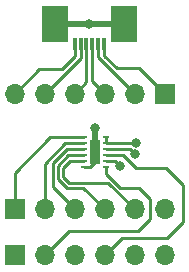
<source format=gbr>
%TF.GenerationSoftware,KiCad,Pcbnew,(5.1.8)-1*%
%TF.CreationDate,2021-08-20T02:01:50-04:00*%
%TF.ProjectId,motor_test,6d6f746f-725f-4746-9573-742e6b696361,rev?*%
%TF.SameCoordinates,Original*%
%TF.FileFunction,Copper,L1,Top*%
%TF.FilePolarity,Positive*%
%FSLAX46Y46*%
G04 Gerber Fmt 4.6, Leading zero omitted, Abs format (unit mm)*
G04 Created by KiCad (PCBNEW (5.1.8)-1) date 2021-08-20 02:01:50*
%MOMM*%
%LPD*%
G01*
G04 APERTURE LIST*
%TA.AperFunction,ComponentPad*%
%ADD10O,1.700000X1.700000*%
%TD*%
%TA.AperFunction,ComponentPad*%
%ADD11R,1.700000X1.700000*%
%TD*%
%TA.AperFunction,SMDPad,CuDef*%
%ADD12R,2.300000X3.100000*%
%TD*%
%TA.AperFunction,SMDPad,CuDef*%
%ADD13R,0.300000X1.100000*%
%TD*%
%TA.AperFunction,SMDPad,CuDef*%
%ADD14R,0.900000X2.000000*%
%TD*%
%TA.AperFunction,SMDPad,CuDef*%
%ADD15R,0.500000X0.250000*%
%TD*%
%TA.AperFunction,ViaPad*%
%ADD16C,0.800000*%
%TD*%
%TA.AperFunction,Conductor*%
%ADD17C,0.508000*%
%TD*%
%TA.AperFunction,Conductor*%
%ADD18C,0.250000*%
%TD*%
G04 APERTURE END LIST*
D10*
%TO.P,J4,6*%
%TO.N,GND*%
X142480000Y-94360000D03*
%TO.P,J4,5*%
%TO.N,VCC*%
X139940000Y-94360000D03*
%TO.P,J4,4*%
%TO.N,/AIN2*%
X137400000Y-94360000D03*
%TO.P,J4,3*%
%TO.N,/AIN1*%
X134860000Y-94360000D03*
%TO.P,J4,2*%
%TO.N,/BIN2*%
X132320000Y-94360000D03*
D11*
%TO.P,J4,1*%
%TO.N,/BIN1*%
X129780000Y-94360000D03*
%TD*%
D10*
%TO.P,J3,6*%
%TO.N,GND*%
X142480000Y-90460000D03*
%TO.P,J3,5*%
%TO.N,/B2*%
X139940000Y-90460000D03*
%TO.P,J3,4*%
%TO.N,/B1*%
X137400000Y-90460000D03*
%TO.P,J3,3*%
%TO.N,/A2*%
X134860000Y-90460000D03*
%TO.P,J3,2*%
%TO.N,/A1*%
X132320000Y-90460000D03*
D11*
%TO.P,J3,1*%
%TO.N,/VM*%
X129780000Y-90460000D03*
%TD*%
D12*
%TO.P,J2,MP2*%
%TO.N,GND*%
X133200000Y-74790000D03*
%TO.P,J2,MP1*%
X139040000Y-74790000D03*
D13*
%TO.P,J2,6*%
%TO.N,/6*%
X134870000Y-76490000D03*
%TO.P,J2,5*%
%TO.N,/5*%
X135370000Y-76490000D03*
%TO.P,J2,4*%
%TO.N,/4*%
X135870000Y-76490000D03*
%TO.P,J2,3*%
%TO.N,/3*%
X136370000Y-76490000D03*
%TO.P,J2,2*%
%TO.N,/2*%
X136870000Y-76490000D03*
%TO.P,J2,1*%
%TO.N,/1*%
X137370000Y-76490000D03*
%TD*%
D10*
%TO.P,J1,6*%
%TO.N,/6*%
X129780000Y-80650000D03*
%TO.P,J1,5*%
%TO.N,/5*%
X132320000Y-80650000D03*
%TO.P,J1,4*%
%TO.N,/4*%
X134860000Y-80650000D03*
%TO.P,J1,3*%
%TO.N,/3*%
X137400000Y-80650000D03*
%TO.P,J1,2*%
%TO.N,/2*%
X139940000Y-80650000D03*
D11*
%TO.P,J1,1*%
%TO.N,/1*%
X142480000Y-80650000D03*
%TD*%
D14*
%TO.P,IC1,13*%
%TO.N,GND*%
X136580000Y-85610000D03*
D15*
%TO.P,IC1,12*%
%TO.N,VCC*%
X137530000Y-84360000D03*
%TO.P,IC1,11*%
X137530000Y-84860000D03*
%TO.P,IC1,10*%
%TO.N,/AIN1*%
X137530000Y-85360000D03*
%TO.P,IC1,9*%
%TO.N,/AIN2*%
X137530000Y-85860000D03*
%TO.P,IC1,8*%
%TO.N,/BIN1*%
X137530000Y-86360000D03*
%TO.P,IC1,7*%
%TO.N,/BIN2*%
X137530000Y-86860000D03*
%TO.P,IC1,6*%
%TO.N,GND*%
X135630000Y-86860000D03*
%TO.P,IC1,5*%
%TO.N,/B2*%
X135630000Y-86360000D03*
%TO.P,IC1,4*%
%TO.N,/B1*%
X135630000Y-85860000D03*
%TO.P,IC1,3*%
%TO.N,/A2*%
X135630000Y-85360000D03*
%TO.P,IC1,2*%
%TO.N,/A1*%
X135630000Y-84860000D03*
%TO.P,IC1,1*%
%TO.N,/VM*%
X135630000Y-84360000D03*
%TD*%
D16*
%TO.N,GND*%
X136580000Y-83540000D03*
X136110000Y-74790000D03*
%TO.N,VCC*%
X140080000Y-84860000D03*
%TO.N,/AIN1*%
X140000000Y-85810000D03*
%TO.N,/BIN1*%
X138690000Y-86750000D03*
%TD*%
D17*
%TO.N,GND*%
X133200000Y-74790000D02*
X136110000Y-74790000D01*
D18*
X136580000Y-86410000D02*
X136580000Y-85610000D01*
X136130000Y-86860000D02*
X136580000Y-86410000D01*
X135630000Y-86860000D02*
X136130000Y-86860000D01*
D17*
X136580000Y-85610000D02*
X136580000Y-83540000D01*
X136110000Y-74790000D02*
X139040000Y-74790000D01*
D18*
%TO.N,VCC*%
X137530000Y-84360000D02*
X137530000Y-84860000D01*
X137530000Y-84860000D02*
X140080000Y-84860000D01*
%TO.N,/AIN1*%
X139550000Y-85360000D02*
X140000000Y-85810000D01*
X137530000Y-85360000D02*
X139550000Y-85360000D01*
%TO.N,/AIN2*%
X137400000Y-94360000D02*
X138920000Y-92840000D01*
X138920000Y-92840000D02*
X142690000Y-92840000D01*
X142690000Y-92840000D02*
X144020000Y-91510000D01*
X144020000Y-91510000D02*
X144020000Y-88370000D01*
X144020000Y-88370000D02*
X142630000Y-86980000D01*
X142630000Y-86980000D02*
X140050000Y-86980000D01*
X138930000Y-85860000D02*
X137530000Y-85860000D01*
X140050000Y-86980000D02*
X138930000Y-85860000D01*
%TO.N,/BIN1*%
X138300000Y-86360000D02*
X138690000Y-86750000D01*
X137530000Y-86360000D02*
X138300000Y-86360000D01*
%TO.N,/BIN2*%
X137530000Y-86860000D02*
X137530000Y-87450000D01*
X137530000Y-87450000D02*
X138720000Y-88640000D01*
X138720000Y-88640000D02*
X140320000Y-88640000D01*
X140320000Y-88640000D02*
X141220000Y-89540000D01*
X141220000Y-89540000D02*
X141220000Y-91290000D01*
X141220000Y-91290000D02*
X140220000Y-92290000D01*
X134390000Y-92290000D02*
X132320000Y-94360000D01*
X140220000Y-92290000D02*
X134390000Y-92290000D01*
%TO.N,/B2*%
X134376400Y-88199990D02*
X137679991Y-88199991D01*
X133900020Y-87723610D02*
X134376400Y-88199990D01*
X133900020Y-86939210D02*
X133900020Y-87723610D01*
X137679991Y-88199991D02*
X139940000Y-90460000D01*
X134479230Y-86360000D02*
X133900020Y-86939210D01*
X135630000Y-86360000D02*
X134479230Y-86360000D01*
%TO.N,/B1*%
X135630000Y-85860000D02*
X134342820Y-85860000D01*
X134342820Y-85860000D02*
X133450010Y-86752810D01*
X133450010Y-86752810D02*
X133450010Y-87910010D01*
X133450010Y-87910010D02*
X134190000Y-88650000D01*
X135590000Y-88650000D02*
X137400000Y-90460000D01*
X134190000Y-88650000D02*
X135590000Y-88650000D01*
%TO.N,/A2*%
X135630000Y-85360000D02*
X134206410Y-85360000D01*
X134206410Y-85360000D02*
X133000000Y-86566410D01*
X133000000Y-88600000D02*
X134860000Y-90460000D01*
X133000000Y-86566410D02*
X133000000Y-88600000D01*
%TO.N,/A1*%
X135630000Y-84860000D02*
X134070000Y-84860000D01*
X132320000Y-86610000D02*
X132320000Y-90460000D01*
X134070000Y-84860000D02*
X132320000Y-86610000D01*
%TO.N,/VM*%
X135630000Y-84360000D02*
X132800000Y-84360000D01*
X129780000Y-87380000D02*
X129780000Y-90460000D01*
X132800000Y-84360000D02*
X129780000Y-87380000D01*
%TO.N,/6*%
X129780000Y-80650000D02*
X131880000Y-78550000D01*
X131880000Y-78550000D02*
X133783590Y-78550000D01*
X134870000Y-77463590D02*
X134870000Y-76490000D01*
X133783590Y-78550000D02*
X134870000Y-77463590D01*
%TO.N,/5*%
X135370000Y-77600000D02*
X132320000Y-80650000D01*
X135370000Y-76490000D02*
X135370000Y-77600000D01*
%TO.N,/4*%
X135870000Y-79640000D02*
X134860000Y-80650000D01*
X135870000Y-76490000D02*
X135870000Y-79640000D01*
%TO.N,/3*%
X136370000Y-79620000D02*
X137400000Y-80650000D01*
X136370000Y-76490000D02*
X136370000Y-79620000D01*
%TO.N,/2*%
X136870000Y-77580000D02*
X139940000Y-80650000D01*
X136870000Y-76490000D02*
X136870000Y-77580000D01*
%TO.N,/1*%
X142480000Y-80650000D02*
X140321795Y-78491795D01*
X140321795Y-78491795D02*
X138418205Y-78491795D01*
X137370000Y-77443590D02*
X137370000Y-76490000D01*
X138418205Y-78491795D02*
X137370000Y-77443590D01*
%TD*%
M02*

</source>
